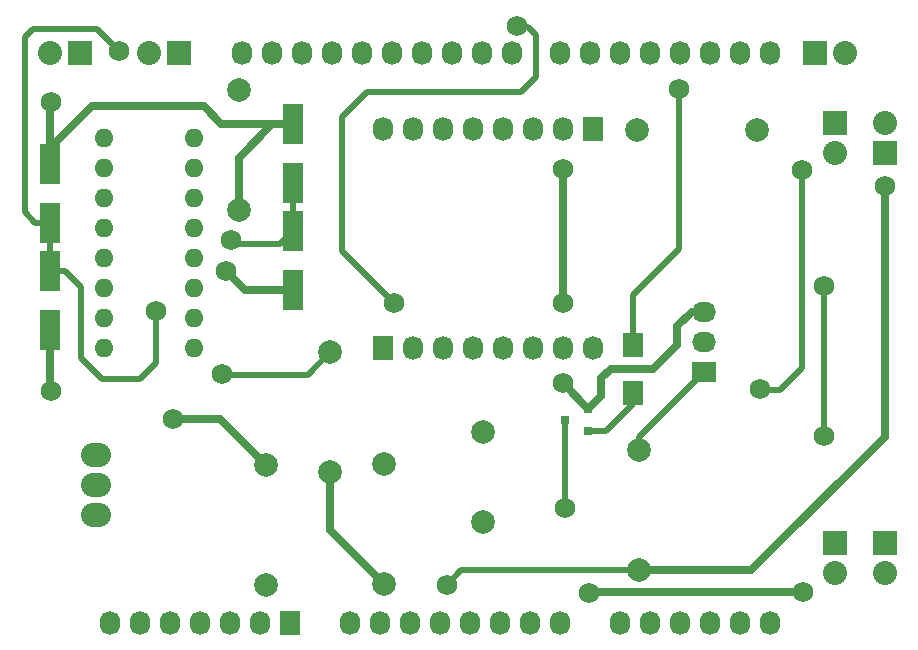
<source format=gbr>
G04 #@! TF.FileFunction,Copper,L1,Top,Signal*
%FSLAX45Y45*%
G04 Gerber Fmt 4.5, Leading zero omitted, Abs format (unit mm)*
G04 Created by KiCad (PCBNEW 4.0.4-stable) date 10/22/16 14:43:45*
%MOMM*%
%LPD*%
G01*
G04 APERTURE LIST*
%ADD10C,0.100000*%
%ADD11O,1.727200X2.032000*%
%ADD12R,2.032000X2.032000*%
%ADD13O,2.032000X2.032000*%
%ADD14R,1.727200X2.032000*%
%ADD15R,2.032000X1.727200*%
%ADD16O,2.032000X1.727200*%
%ADD17R,0.800100X0.800100*%
%ADD18R,1.700000X2.000000*%
%ADD19C,2.000000*%
%ADD20O,2.540000X2.032000*%
%ADD21R,1.800860X3.500120*%
%ADD22C,1.998980*%
%ADD23O,1.600000X1.600000*%
%ADD24C,1.750000*%
%ADD25C,0.700000*%
%ADD26C,0.500000*%
%ADD27C,0.200000*%
G04 APERTURE END LIST*
D10*
D11*
X13893800Y-12382500D03*
X14147800Y-12382500D03*
X14401800Y-12382500D03*
X14655800Y-12382500D03*
X14909800Y-12382500D03*
X15163800Y-12382500D03*
X15417800Y-12382500D03*
X15671800Y-12382500D03*
X16179800Y-12382500D03*
X16433800Y-12382500D03*
X16687800Y-12382500D03*
X16941800Y-12382500D03*
X17195800Y-12382500D03*
X17449800Y-12382500D03*
X12979400Y-7556500D03*
X13233400Y-7556500D03*
X13487400Y-7556500D03*
X13741400Y-7556500D03*
X13995400Y-7556500D03*
X14249400Y-7556500D03*
X14503400Y-7556500D03*
X14757400Y-7556500D03*
X15011400Y-7556500D03*
X15265400Y-7556500D03*
X15671800Y-7556500D03*
X15925800Y-7556500D03*
X16179800Y-7556500D03*
X16433800Y-7556500D03*
X16687800Y-7556500D03*
X16941800Y-7556500D03*
X17195800Y-7556500D03*
X17449800Y-7556500D03*
D12*
X18425160Y-8404860D03*
D13*
X18425160Y-8150860D03*
D12*
X18003520Y-8150860D03*
D13*
X18003520Y-8404860D03*
D12*
X18003520Y-11711940D03*
D13*
X18003520Y-11965940D03*
D12*
X18425160Y-11711880D03*
D13*
X18425160Y-11965880D03*
D14*
X13390880Y-12382500D03*
D11*
X13136880Y-12382500D03*
X12882880Y-12382500D03*
X12628880Y-12382500D03*
X12374880Y-12382500D03*
X12120880Y-12382500D03*
X11866880Y-12382500D03*
D15*
X16896080Y-10259060D03*
D16*
X16896080Y-10005060D03*
X16896080Y-9751060D03*
D14*
X14178280Y-10055860D03*
D11*
X14432280Y-10055860D03*
X14686280Y-10055860D03*
X14940280Y-10055860D03*
X15194280Y-10055860D03*
X15448280Y-10055860D03*
X15702280Y-10055860D03*
X15956280Y-10055860D03*
D14*
X15956280Y-8204200D03*
D11*
X15702280Y-8204200D03*
X15448280Y-8204200D03*
X15194280Y-8204200D03*
X14940280Y-8204200D03*
X14686280Y-8204200D03*
X14432280Y-8204200D03*
X14178280Y-8204200D03*
D17*
X15916656Y-10763000D03*
X15916656Y-10573000D03*
X15716758Y-10668000D03*
D18*
X16294100Y-10036200D03*
X16294100Y-10436200D03*
D19*
X15026640Y-10768076D03*
X15026640Y-11528044D03*
D12*
X17835880Y-7556500D03*
D13*
X18089880Y-7556500D03*
D20*
X11747500Y-11221720D03*
X11747500Y-10967720D03*
X11747500Y-11475720D03*
D21*
X11358880Y-8497824D03*
X11358880Y-8997696D03*
X11358880Y-9407144D03*
X11358880Y-9907016D03*
X13411200Y-8160004D03*
X13411200Y-8659876D03*
X13411200Y-9066784D03*
X13411200Y-9566656D03*
D12*
X11615420Y-7556500D03*
D13*
X11361420Y-7556500D03*
D22*
X17343120Y-8211820D03*
X16327120Y-8211820D03*
X13189800Y-12069000D03*
X13189800Y-11053000D03*
X14187300Y-11041500D03*
X14187300Y-12057500D03*
X16344900Y-10924540D03*
X16344900Y-11940540D03*
X13731240Y-11107420D03*
X13731240Y-10091420D03*
X12954000Y-8887460D03*
X12954000Y-7871460D03*
D23*
X12578080Y-10058400D03*
X12578080Y-9804400D03*
X12578080Y-9550400D03*
X12578080Y-9296400D03*
X12578080Y-9042400D03*
X12578080Y-8788400D03*
X12578080Y-8534400D03*
X12578080Y-8280400D03*
X11816080Y-8280400D03*
X11816080Y-8534400D03*
X11816080Y-8788400D03*
X11816080Y-9042400D03*
X11816080Y-9296400D03*
X11816080Y-9550400D03*
X11816080Y-9804400D03*
X11816080Y-10058400D03*
D12*
X12447300Y-7556500D03*
D13*
X12193300Y-7556500D03*
D24*
X18427300Y-8689000D03*
X14719800Y-12061500D03*
X12402300Y-10661500D03*
X12849800Y-9406500D03*
X17734800Y-12126500D03*
X15922300Y-12129000D03*
X15702300Y-8541500D03*
X15702300Y-9674000D03*
X15699800Y-10354000D03*
X11362300Y-10424000D03*
X15717300Y-11411500D03*
X17914800Y-9531500D03*
X17909800Y-10804000D03*
X11362300Y-7974000D03*
X11939800Y-7541500D03*
X12257300Y-9741500D03*
X12892300Y-9144000D03*
X12812300Y-10279000D03*
X17724800Y-8554000D03*
X17372300Y-10406500D03*
X14272300Y-9679000D03*
X15312300Y-7329000D03*
X16687300Y-7869000D03*
D25*
X16344900Y-11940540D02*
X17295760Y-11940540D01*
X18427300Y-10809000D02*
X18427300Y-8689000D01*
X17295760Y-11940540D02*
X18427300Y-10809000D01*
X13731240Y-11107420D02*
X13731240Y-11601440D01*
X13731240Y-11601440D02*
X14187300Y-12057500D01*
D26*
X16344900Y-11940540D02*
X14840760Y-11940540D01*
X14840760Y-11940540D02*
X14719800Y-12061500D01*
D25*
X16344900Y-11940540D02*
X16365760Y-11940540D01*
X12793300Y-10656500D02*
X13189800Y-11053000D01*
X12407300Y-10656500D02*
X12793300Y-10656500D01*
X12402300Y-10661500D02*
X12407300Y-10656500D01*
X16344900Y-11940540D02*
X16390620Y-11940540D01*
X13009956Y-9566656D02*
X13411200Y-9566656D01*
X12849800Y-9406500D02*
X13009956Y-9566656D01*
X15924800Y-12126500D02*
X17734800Y-12126500D01*
X15922300Y-12129000D02*
X15924800Y-12126500D01*
X15702300Y-9674000D02*
X15702300Y-8541500D01*
X15916656Y-10573000D02*
X15916656Y-10570856D01*
X15916656Y-10570856D02*
X15699800Y-10354000D01*
X11358880Y-10420580D02*
X11358880Y-9907016D01*
X11362300Y-10424000D02*
X11358880Y-10420580D01*
X15916656Y-10573000D02*
X15916656Y-10572144D01*
X15916656Y-10572144D02*
X16022300Y-10466500D01*
X16792740Y-9751060D02*
X16896080Y-9751060D01*
X16669800Y-9874000D02*
X16792740Y-9751060D01*
X16669800Y-10029000D02*
X16669800Y-9874000D01*
X16464800Y-10234000D02*
X16669800Y-10029000D01*
X16104800Y-10234000D02*
X16464800Y-10234000D01*
X16022300Y-10316500D02*
X16104800Y-10234000D01*
X16022300Y-10466500D02*
X16022300Y-10316500D01*
X15916656Y-10573000D02*
X15916656Y-10564876D01*
D26*
X12374880Y-12382500D02*
X12374880Y-12425680D01*
X15916656Y-10763000D02*
X16067020Y-10763000D01*
X16067020Y-10763000D02*
X16294100Y-10535920D01*
X16294100Y-10535920D02*
X16294100Y-10436200D01*
X15916656Y-10763000D02*
X15916656Y-10768076D01*
X15716758Y-11410958D02*
X15716758Y-10668000D01*
X15717300Y-11411500D02*
X15716758Y-11410958D01*
X17914800Y-9531500D02*
X17909800Y-9536500D01*
X17909800Y-9536500D02*
X17909800Y-10804000D01*
D25*
X11358880Y-8497824D02*
X11358880Y-7977420D01*
X11358880Y-7977420D02*
X11362300Y-7974000D01*
X11358880Y-8497824D02*
X11358880Y-8367420D01*
X11358880Y-8367420D02*
X11714800Y-8011500D01*
X12808304Y-8160004D02*
X13239496Y-8160004D01*
X12659800Y-8011500D02*
X12808304Y-8160004D01*
X11714800Y-8011500D02*
X12659800Y-8011500D01*
D27*
X11358880Y-8497824D02*
X11416284Y-8497824D01*
X11358880Y-8497824D02*
X11403584Y-8497824D01*
D25*
X12954000Y-8887460D02*
X12954000Y-8445500D01*
X13239496Y-8160004D02*
X13411200Y-8160004D01*
X12954000Y-8445500D02*
X13239496Y-8160004D01*
D26*
X11358880Y-8997696D02*
X11233496Y-8997696D01*
X11757300Y-7359000D02*
X11939800Y-7541500D01*
X11209800Y-7359000D02*
X11757300Y-7359000D01*
X11144800Y-7424000D02*
X11209800Y-7359000D01*
X11144800Y-8909000D02*
X11144800Y-7424000D01*
X11233496Y-8997696D02*
X11144800Y-8909000D01*
X11358880Y-9407144D02*
X11482944Y-9407144D01*
X12257300Y-10184000D02*
X12257300Y-9741500D01*
X12119800Y-10321500D02*
X12257300Y-10184000D01*
X11799800Y-10321500D02*
X12119800Y-10321500D01*
X11617300Y-10139000D02*
X11799800Y-10321500D01*
X11617300Y-9541500D02*
X11617300Y-10139000D01*
X11482944Y-9407144D02*
X11617300Y-9541500D01*
X11358880Y-9407144D02*
X11358880Y-8997696D01*
X13303984Y-9174000D02*
X13411200Y-9066784D01*
X12922300Y-9174000D02*
X13303984Y-9174000D01*
X12892300Y-9144000D02*
X12922300Y-9174000D01*
X13411200Y-8659876D02*
X13411200Y-9066784D01*
X16344900Y-10924540D02*
X16344900Y-10810240D01*
X16344900Y-10810240D02*
X16896080Y-10259060D01*
X13538660Y-10284000D02*
X13731240Y-10091420D01*
X12817300Y-10284000D02*
X13538660Y-10284000D01*
X12812300Y-10279000D02*
X12817300Y-10284000D01*
X12580620Y-8277860D02*
X12578080Y-8280400D01*
X17724800Y-10229000D02*
X17724800Y-8554000D01*
X17537300Y-10416500D02*
X17724800Y-10229000D01*
X17382300Y-10416500D02*
X17537300Y-10416500D01*
X17372300Y-10406500D02*
X17382300Y-10416500D01*
X13829800Y-9236500D02*
X14272300Y-9679000D01*
X13829800Y-8104000D02*
X13829800Y-9236500D01*
X14039800Y-7894000D02*
X13829800Y-8104000D01*
X15344800Y-7894000D02*
X14039800Y-7894000D01*
X15472300Y-7766500D02*
X15344800Y-7894000D01*
X15472300Y-7404000D02*
X15472300Y-7766500D01*
X15404800Y-7336500D02*
X15472300Y-7404000D01*
X15319800Y-7336500D02*
X15404800Y-7336500D01*
X15312300Y-7329000D02*
X15319800Y-7336500D01*
X16294100Y-10036200D02*
X16294100Y-9612200D01*
X16687300Y-9219000D02*
X16687300Y-7869000D01*
X16294100Y-9612200D02*
X16687300Y-9219000D01*
M02*

</source>
